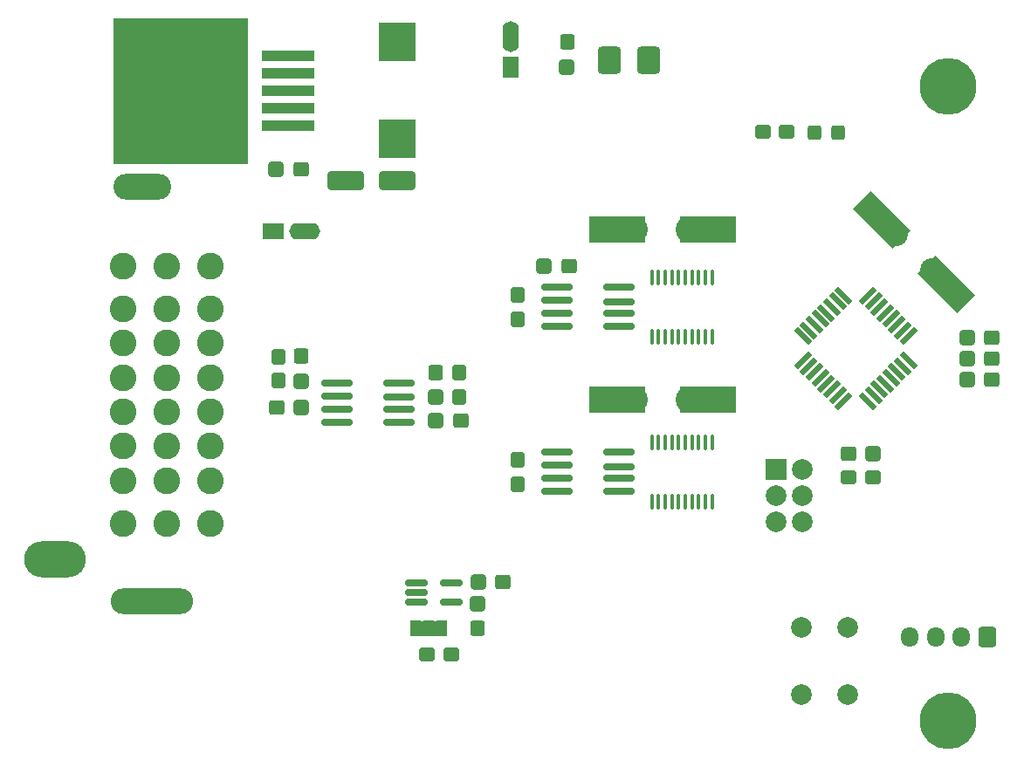
<source format=gbr>
%TF.GenerationSoftware,KiCad,Pcbnew,9.0.2*%
%TF.CreationDate,2025-09-23T15:34:20+08:00*%
%TF.ProjectId,SSRU_v3.2,53535255-5f76-4332-9e32-2e6b69636164,rev?*%
%TF.SameCoordinates,Original*%
%TF.FileFunction,Soldermask,Top*%
%TF.FilePolarity,Negative*%
%FSLAX46Y46*%
G04 Gerber Fmt 4.6, Leading zero omitted, Abs format (unit mm)*
G04 Created by KiCad (PCBNEW 9.0.2) date 2025-09-23 15:34:20*
%MOMM*%
%LPD*%
G01*
G04 APERTURE LIST*
G04 Aperture macros list*
%AMRoundRect*
0 Rectangle with rounded corners*
0 $1 Rounding radius*
0 $2 $3 $4 $5 $6 $7 $8 $9 X,Y pos of 4 corners*
0 Add a 4 corners polygon primitive as box body*
4,1,4,$2,$3,$4,$5,$6,$7,$8,$9,$2,$3,0*
0 Add four circle primitives for the rounded corners*
1,1,$1+$1,$2,$3*
1,1,$1+$1,$4,$5*
1,1,$1+$1,$6,$7*
1,1,$1+$1,$8,$9*
0 Add four rect primitives between the rounded corners*
20,1,$1+$1,$2,$3,$4,$5,0*
20,1,$1+$1,$4,$5,$6,$7,0*
20,1,$1+$1,$6,$7,$8,$9,0*
20,1,$1+$1,$8,$9,$2,$3,0*%
%AMRotRect*
0 Rectangle, with rotation*
0 The origin of the aperture is its center*
0 $1 length*
0 $2 width*
0 $3 Rotation angle, in degrees counterclockwise*
0 Add horizontal line*
21,1,$1,$2,0,0,$3*%
G04 Aperture macros list end*
%ADD10C,0.100000*%
%ADD11R,2.000000X1.600000*%
%ADD12O,3.000000X1.600000*%
%ADD13RoundRect,0.150000X1.350000X0.150000X-1.350000X0.150000X-1.350000X-0.150000X1.350000X-0.150000X0*%
%ADD14RoundRect,0.150000X1.337500X0.150000X-1.337500X0.150000X-1.337500X-0.150000X1.337500X-0.150000X0*%
%ADD15RoundRect,0.278125X-0.389375X0.474375X-0.389375X-0.474375X0.389375X-0.474375X0.389375X0.474375X0*%
%ADD16O,5.600000X2.500000*%
%ADD17O,6.000000X3.500000*%
%ADD18O,8.000000X2.500000*%
%ADD19C,2.600000*%
%ADD20RoundRect,0.305575X0.460025X0.412525X-0.460025X0.412525X-0.460025X-0.412525X0.460025X-0.412525X0*%
%ADD21RoundRect,0.308511X0.457089X0.416489X-0.457089X0.416489X-0.457089X-0.416489X0.457089X-0.416489X0*%
%ADD22RoundRect,0.390352X-0.722148X-0.934648X0.722148X-0.934648X0.722148X0.934648X-0.722148X0.934648X0*%
%ADD23RoundRect,0.100000X-0.100000X0.637500X-0.100000X-0.637500X0.100000X-0.637500X0.100000X0.637500X0*%
%ADD24C,5.500000*%
%ADD25R,2.000000X2.000000*%
%ADD26C,2.000000*%
%ADD27RoundRect,0.305575X0.412525X-0.460025X0.412525X0.460025X-0.412525X0.460025X-0.412525X-0.460025X0*%
%ADD28RoundRect,0.308511X0.416489X-0.457089X0.416489X0.457089X-0.416489X0.457089X-0.416489X-0.457089X0*%
%ADD29RoundRect,0.250000X0.600000X0.725000X-0.600000X0.725000X-0.600000X-0.725000X0.600000X-0.725000X0*%
%ADD30O,1.700000X1.950000*%
%ADD31RoundRect,0.278125X0.474375X0.389375X-0.474375X0.389375X-0.474375X-0.389375X0.474375X-0.389375X0*%
%ADD32RoundRect,0.305575X-0.460025X-0.412525X0.460025X-0.412525X0.460025X0.412525X-0.460025X0.412525X0*%
%ADD33RoundRect,0.308511X-0.457089X-0.416489X0.457089X-0.416489X0.457089X0.416489X-0.457089X0.416489X0*%
%ADD34RoundRect,0.305575X-0.412525X0.460025X-0.412525X-0.460025X0.412525X-0.460025X0.412525X0.460025X0*%
%ADD35RoundRect,0.308511X-0.416489X0.457089X-0.416489X-0.457089X0.416489X-0.457089X0.416489X0.457089X0*%
%ADD36RoundRect,0.293478X0.381522X0.406522X-0.381522X0.406522X-0.381522X-0.406522X0.381522X-0.406522X0*%
%ADD37C,2.400000*%
%ADD38R,5.500000X2.500000*%
%ADD39R,1.000000X1.500000*%
%ADD40RotRect,5.500000X2.500000X315.000000*%
%ADD41RotRect,2.000000X0.550000X225.000000*%
%ADD42RotRect,2.000000X0.550000X315.000000*%
%ADD43RotRect,2.000000X0.525000X315.000000*%
%ADD44RotRect,2.000000X0.575000X315.000000*%
%ADD45RotRect,2.000000X0.525000X225.000000*%
%ADD46RoundRect,0.278125X-0.474375X-0.389375X0.474375X-0.389375X0.474375X0.389375X-0.474375X0.389375X0*%
%ADD47RoundRect,0.250000X2.325000X0.300000X-2.325000X0.300000X-2.325000X-0.300000X2.325000X-0.300000X0*%
%ADD48RoundRect,0.257981X4.592019X5.142019X-4.592019X5.142019X-4.592019X-5.142019X4.592019X-5.142019X0*%
%ADD49RoundRect,0.162500X-0.927500X-0.162500X0.927500X-0.162500X0.927500X0.162500X-0.927500X0.162500X0*%
%ADD50RoundRect,0.250000X1.500000X0.650000X-1.500000X0.650000X-1.500000X-0.650000X1.500000X-0.650000X0*%
%ADD51R,3.600000X3.800000*%
%ADD52R,1.600000X2.000000*%
%ADD53O,1.600000X3.000000*%
G04 APERTURE END LIST*
D10*
X109000000Y-64000000D02*
X122000000Y-64000000D01*
X122000000Y-78000000D01*
X109000000Y-78000000D01*
X109000000Y-64000000D01*
G36*
X109000000Y-64000000D02*
G01*
X122000000Y-64000000D01*
X122000000Y-78000000D01*
X109000000Y-78000000D01*
X109000000Y-64000000D01*
G37*
%TO.C,J5*%
G36*
X140390000Y-123950000D02*
G01*
X138790000Y-123950000D01*
X138790000Y-122450000D01*
X140390000Y-122450000D01*
X140390000Y-123950000D01*
G37*
%TD*%
D11*
%TO.C,C7*%
X124550000Y-84600000D03*
D12*
X127550000Y-84600000D03*
%TD*%
D13*
%TO.C,U10*%
X158000000Y-93905000D03*
X158000000Y-92635000D03*
D14*
X158012500Y-91500000D03*
D13*
X158000000Y-90095000D03*
X152000000Y-90095000D03*
X152000000Y-91365000D03*
X152000000Y-92635000D03*
X152000000Y-93905000D03*
%TD*%
D15*
%TO.C,R1*%
X125032500Y-96847500D03*
X125032500Y-99152500D03*
%TD*%
D16*
%TO.C,J2*%
X111775000Y-80295000D03*
D17*
X103375000Y-116495000D03*
D18*
X112775000Y-120495000D03*
D19*
X118375000Y-88020000D03*
X118375000Y-92170000D03*
X118375000Y-95500000D03*
X118375000Y-98830000D03*
X118375000Y-102135000D03*
X118375000Y-105490000D03*
X118375000Y-108820000D03*
X118375000Y-112970000D03*
X114175000Y-88020000D03*
X114175000Y-92170000D03*
X114175000Y-95500000D03*
X114175000Y-98830000D03*
X114175000Y-102135000D03*
X114175000Y-105490000D03*
X114175000Y-108820000D03*
X114175000Y-112970000D03*
X109975000Y-88020000D03*
X109975000Y-92170000D03*
X109975000Y-95500000D03*
X109975000Y-98830000D03*
X109975000Y-102135000D03*
X109975000Y-105490000D03*
X109975000Y-108820000D03*
X109975000Y-112970000D03*
%TD*%
D20*
%TO.C,C37*%
X142681200Y-103006900D03*
D21*
X140250000Y-103000000D03*
%TD*%
D22*
%TO.C,F2*%
X157112500Y-68000000D03*
X160887500Y-68000000D03*
%TD*%
D23*
%TO.C,U1*%
X167077500Y-105137500D03*
X166427500Y-105137500D03*
X165777500Y-105137500D03*
X165127500Y-105137500D03*
X164477500Y-105137500D03*
X163827500Y-105137500D03*
X163177500Y-105137500D03*
X162527500Y-105137500D03*
X161877500Y-105137500D03*
X161227500Y-105137500D03*
X161227500Y-110862500D03*
X161877500Y-110862500D03*
X162527500Y-110862500D03*
X163177500Y-110862500D03*
X163827500Y-110862500D03*
X164477500Y-110862500D03*
X165127500Y-110862500D03*
X165777500Y-110862500D03*
X166427500Y-110862500D03*
X167077500Y-110862500D03*
%TD*%
D20*
%TO.C,C3*%
X194215600Y-99006900D03*
D21*
X191784400Y-99000000D03*
%TD*%
D24*
%TO.C,H2*%
X189967641Y-132097800D03*
%TD*%
D25*
%TO.C,J4*%
X173250000Y-107750000D03*
D26*
X175790000Y-107750000D03*
X173250000Y-110290000D03*
X175790000Y-110290000D03*
X173250000Y-112830000D03*
X175790000Y-112830000D03*
%TD*%
D20*
%TO.C,C40*%
X153215600Y-88006900D03*
D21*
X150784400Y-88000000D03*
%TD*%
D27*
%TO.C,C19*%
X144333100Y-123180600D03*
D28*
X144340000Y-120749400D03*
%TD*%
D13*
%TO.C,U3*%
X136715600Y-103148100D03*
X136715600Y-101878100D03*
D14*
X136728100Y-100743100D03*
D13*
X136715600Y-99338100D03*
X130715600Y-99338100D03*
X130715600Y-100608100D03*
X130715600Y-101878100D03*
X130715600Y-103148100D03*
%TD*%
D29*
%TO.C,J31*%
X193750000Y-123975000D03*
D30*
X191250000Y-123975000D03*
X188750000Y-123975000D03*
X186250000Y-123975000D03*
%TD*%
D23*
%TO.C,U6*%
X167077500Y-89137500D03*
X166427500Y-89137500D03*
X165777500Y-89137500D03*
X165127500Y-89137500D03*
X164477500Y-89137500D03*
X163827500Y-89137500D03*
X163177500Y-89137500D03*
X162527500Y-89137500D03*
X161877500Y-89137500D03*
X161227500Y-89137500D03*
X161227500Y-94862500D03*
X161877500Y-94862500D03*
X162527500Y-94862500D03*
X163177500Y-94862500D03*
X163827500Y-94862500D03*
X164477500Y-94862500D03*
X165127500Y-94862500D03*
X165777500Y-94862500D03*
X166427500Y-94862500D03*
X167077500Y-94862500D03*
%TD*%
D26*
%TO.C,SW1*%
X180199200Y-123090000D03*
X180199200Y-129590000D03*
X175699200Y-123090000D03*
X175699200Y-129590000D03*
%TD*%
D20*
%TO.C,C30*%
X146805600Y-118706900D03*
D21*
X144374400Y-118700000D03*
%TD*%
D31*
%TO.C,R6*%
X182652500Y-108532500D03*
X180347500Y-108532500D03*
%TD*%
D32*
%TO.C,C32*%
X124818800Y-101743100D03*
D33*
X127250000Y-101750000D03*
%TD*%
D34*
%TO.C,C12*%
X153006900Y-66284400D03*
D35*
X153000000Y-68715600D03*
%TD*%
D36*
%TO.C,D3*%
X179277500Y-75032500D03*
X177027500Y-75032500D03*
%TD*%
D34*
%TO.C,C36*%
X140296900Y-98318800D03*
D35*
X140290000Y-100750000D03*
%TD*%
D20*
%TO.C,C6*%
X127215600Y-78606900D03*
D21*
X124784400Y-78600000D03*
%TD*%
D37*
%TO.C,Y3*%
X164743282Y-101000000D03*
D38*
X166656719Y-100991762D03*
X157843282Y-101000000D03*
D37*
X159663282Y-101000000D03*
%TD*%
%TO.C,Y4*%
X164743282Y-84500000D03*
D38*
X166656719Y-84491762D03*
X157843282Y-84500000D03*
D37*
X159663282Y-84500000D03*
%TD*%
D34*
%TO.C,C31*%
X127256900Y-96784400D03*
D35*
X127250000Y-99215600D03*
%TD*%
D39*
%TO.C,J5*%
X140890000Y-123200000D03*
X139590000Y-123200000D03*
X138290000Y-123200000D03*
%TD*%
D37*
%TO.C,Y1*%
X184867589Y-84890266D03*
D40*
X183508760Y-83543087D03*
X189746626Y-89769303D03*
D37*
X188459691Y-88482368D03*
%TD*%
D15*
%TO.C,R2*%
X142572500Y-98381900D03*
X142572500Y-100686900D03*
%TD*%
D13*
%TO.C,U12*%
X158000000Y-109905000D03*
X158000000Y-108635000D03*
D14*
X158012500Y-107500000D03*
D13*
X158000000Y-106095000D03*
X152000000Y-106095000D03*
X152000000Y-107365000D03*
X152000000Y-108635000D03*
X152000000Y-109905000D03*
%TD*%
D20*
%TO.C,C2*%
X194215600Y-95006900D03*
D21*
X191784400Y-95000000D03*
%TD*%
D41*
%TO.C,U2*%
X186126524Y-94833274D03*
X185560839Y-94267588D03*
X184995153Y-93701903D03*
X184429468Y-93136218D03*
X183863782Y-92570532D03*
X183298097Y-92004847D03*
X182732412Y-91439161D03*
X182166726Y-90873476D03*
D42*
X179833274Y-90873476D03*
D43*
X179276427Y-91430322D03*
D44*
X178693064Y-92013686D03*
D42*
X178136218Y-92570532D03*
X177570532Y-93136218D03*
X177004847Y-93701903D03*
X176439161Y-94267588D03*
X175873476Y-94833274D03*
D41*
X175873476Y-97166726D03*
X176439161Y-97732412D03*
X177004847Y-98298097D03*
D45*
X177579371Y-98872621D03*
D41*
X178136218Y-99429468D03*
X178701903Y-99995153D03*
X179267588Y-100560839D03*
X179833274Y-101126524D03*
D42*
X182166726Y-101126524D03*
X182732412Y-100560839D03*
X183298097Y-99995153D03*
X183863782Y-99429468D03*
X184429468Y-98863782D03*
X184995153Y-98298097D03*
X185560839Y-97732412D03*
X186126524Y-97166726D03*
%TD*%
D31*
%TO.C,R3*%
X141742500Y-125732500D03*
X139437500Y-125732500D03*
%TD*%
D46*
%TO.C,R38*%
X172000000Y-75000000D03*
X174305000Y-75000000D03*
%TD*%
D15*
%TO.C,R17*%
X148185000Y-90847500D03*
X148185000Y-93152500D03*
%TD*%
D24*
%TO.C,H1*%
X189967641Y-70597800D03*
%TD*%
D47*
%TO.C,U4*%
X125925000Y-74400000D03*
X125925000Y-72700000D03*
X125925000Y-71000000D03*
D48*
X116350000Y-71000000D03*
D47*
X125925000Y-69300000D03*
X125925000Y-67600000D03*
%TD*%
D32*
%TO.C,C28*%
X180284400Y-106243100D03*
D33*
X182715600Y-106250000D03*
%TD*%
D49*
%TO.C,U8*%
X138430000Y-118750000D03*
X138430000Y-119700000D03*
X138430000Y-120650000D03*
X141750000Y-120650000D03*
X141750000Y-118750000D03*
%TD*%
D15*
%TO.C,R22*%
X148185000Y-106847500D03*
X148185000Y-109152500D03*
%TD*%
D50*
%TO.C,D2*%
X136500000Y-79750000D03*
X131500000Y-79750000D03*
%TD*%
D20*
%TO.C,C1*%
X194215600Y-97006900D03*
D21*
X191784400Y-97000000D03*
%TD*%
D51*
%TO.C,L1*%
X136500000Y-75700000D03*
X136500000Y-66300000D03*
%TD*%
D52*
%TO.C,C11*%
X147500000Y-68750000D03*
D53*
X147500000Y-65750000D03*
%TD*%
M02*

</source>
